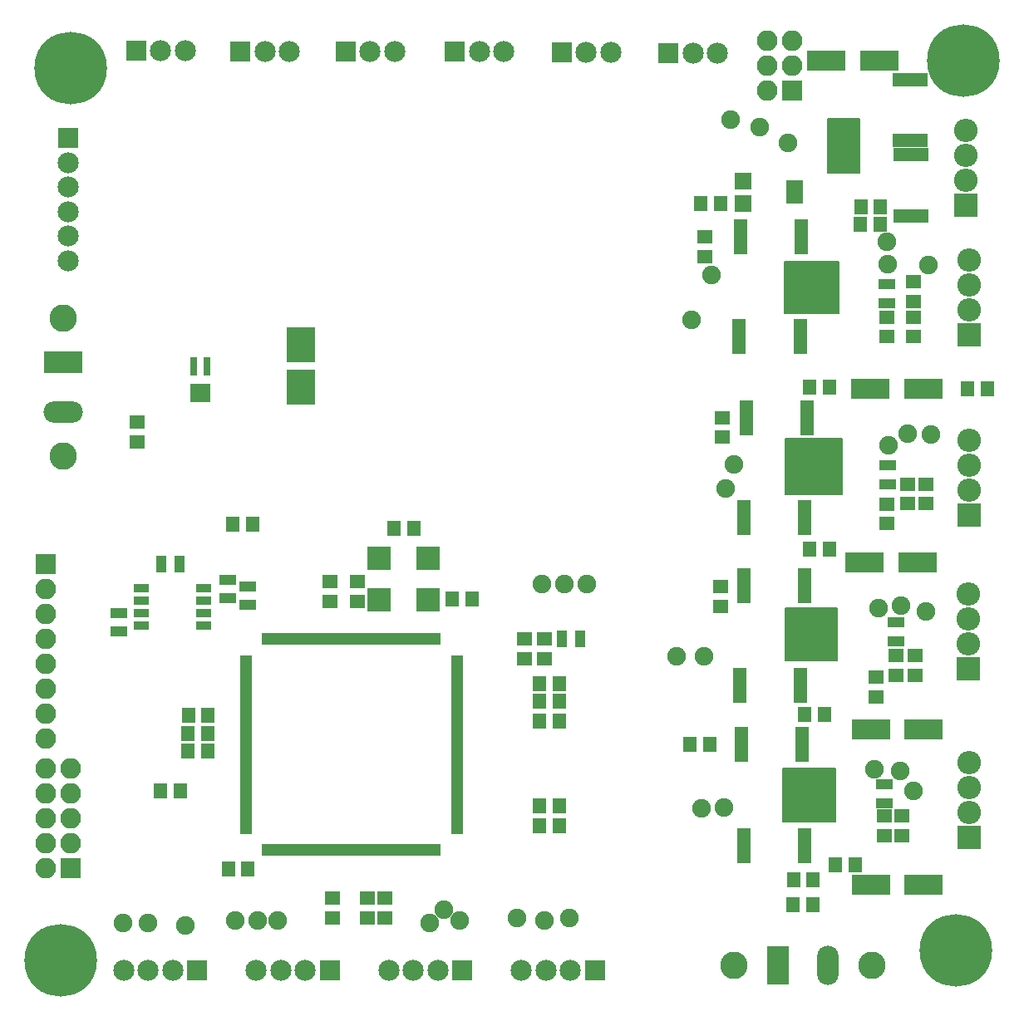
<source format=gbr>
%TF.GenerationSoftware,KiCad,Pcbnew,(5.0.0)*%
%TF.CreationDate,2018-08-10T17:36:06+10:00*%
%TF.ProjectId,MotorDriver,4D6F746F724472697665722E6B696361,rev?*%
%TF.SameCoordinates,Original*%
%TF.FileFunction,Soldermask,Top*%
%TF.FilePolarity,Negative*%
%FSLAX46Y46*%
G04 Gerber Fmt 4.6, Leading zero omitted, Abs format (unit mm)*
G04 Created by KiCad (PCBNEW (5.0.0)) date 08/10/18 17:36:06*
%MOMM*%
%LPD*%
G01*
G04 APERTURE LIST*
%ADD10C,0.150000*%
%ADD11R,2.150000X2.150000*%
%ADD12C,2.150000*%
%ADD13O,2.398980X2.398980*%
%ADD14R,2.398980X2.398980*%
%ADD15R,1.400000X1.650000*%
%ADD16R,1.650000X1.400000*%
%ADD17R,4.000000X2.200000*%
%ADD18O,4.000000X2.200000*%
%ADD19C,2.800000*%
%ADD20R,1.700000X1.100000*%
%ADD21R,2.900000X3.600000*%
%ADD22O,2.100000X2.100000*%
%ADD23R,2.100000X2.100000*%
%ADD24O,2.200000X4.000000*%
%ADD25R,2.200000X4.000000*%
%ADD26R,1.100000X1.700000*%
%ADD27R,1.700000X1.700000*%
%ADD28R,1.700000X2.400000*%
%ADD29R,1.300000X0.700000*%
%ADD30R,0.700000X1.300000*%
%ADD31R,1.543000X0.908000*%
%ADD32C,1.900000*%
%ADD33R,1.400000X3.600000*%
%ADD34R,3.600000X1.400000*%
%ADD35C,7.400000*%
%ADD36R,3.900000X2.000000*%
%ADD37R,0.800000X1.900000*%
%ADD38R,2.400000X2.400000*%
G04 APERTURE END LIST*
D10*
G36*
X212090000Y-39687500D02*
X213677500Y-39687500D01*
X213677500Y-45212000D01*
X210439000Y-45212000D01*
X210439000Y-39687500D01*
X212090000Y-39687500D01*
G37*
X212090000Y-39687500D02*
X213677500Y-39687500D01*
X213677500Y-45212000D01*
X210439000Y-45212000D01*
X210439000Y-39687500D01*
X212090000Y-39687500D01*
G36*
X206057500Y-54229000D02*
X211582000Y-54229000D01*
X211582000Y-59499500D01*
X206057500Y-59499500D01*
X206057500Y-54229000D01*
G37*
X206057500Y-54229000D02*
X211582000Y-54229000D01*
X211582000Y-59499500D01*
X206057500Y-59499500D01*
X206057500Y-54229000D01*
G36*
X205930500Y-105918000D02*
X211264500Y-105918000D01*
X211264500Y-111315500D01*
X205930500Y-111315500D01*
X205930500Y-105918000D01*
G37*
X205930500Y-105918000D02*
X211264500Y-105918000D01*
X211264500Y-111315500D01*
X205930500Y-111315500D01*
X205930500Y-105918000D01*
G36*
X209486500Y-89598500D02*
X211391500Y-89598500D01*
X211391500Y-94869000D01*
X206121000Y-94869000D01*
X206121000Y-89598500D01*
X209486500Y-89598500D01*
G37*
X209486500Y-89598500D02*
X211391500Y-89598500D01*
X211391500Y-94869000D01*
X206121000Y-94869000D01*
X206121000Y-89598500D01*
X209486500Y-89598500D01*
G36*
X206184500Y-72326500D02*
X211899500Y-72326500D01*
X211899500Y-77978000D01*
X206184500Y-77978000D01*
X206184500Y-72326500D01*
G37*
X206184500Y-72326500D02*
X211899500Y-72326500D01*
X211899500Y-77978000D01*
X206184500Y-77978000D01*
X206184500Y-72326500D01*
D11*
X172466000Y-32860000D03*
D12*
X174966000Y-32860000D03*
X177466000Y-32860000D03*
X188370000Y-32950000D03*
X185870000Y-32950000D03*
D11*
X183370000Y-32950000D03*
D13*
X224891600Y-107899200D03*
X224891600Y-110439200D03*
D14*
X224891600Y-112979200D03*
D13*
X224891600Y-105359200D03*
D15*
X213250000Y-115750000D03*
X211250000Y-115750000D03*
X206962500Y-119824500D03*
X208962500Y-119824500D03*
D16*
X199525000Y-87400000D03*
X199525000Y-89400000D03*
X219400000Y-94400000D03*
X219400000Y-96400000D03*
X217400000Y-96400000D03*
X217400000Y-94400000D03*
X216250000Y-110750000D03*
X216250000Y-112750000D03*
D15*
X198450000Y-103500000D03*
X196450000Y-103500000D03*
D16*
X218000000Y-112750000D03*
X218000000Y-110750000D03*
D15*
X210650000Y-83525000D03*
X208650000Y-83525000D03*
D17*
X132588000Y-64516000D03*
D18*
X132588000Y-69596000D03*
D19*
X132588000Y-60016000D03*
X132588000Y-74096000D03*
D13*
X224750000Y-88130000D03*
D14*
X224750000Y-95750000D03*
D13*
X224750000Y-93210000D03*
X224750000Y-90670000D03*
D15*
X206975000Y-117300000D03*
X208975000Y-117300000D03*
X208100000Y-100400000D03*
X210100000Y-100400000D03*
D16*
X215400000Y-96600000D03*
X215400000Y-98600000D03*
D20*
X217400000Y-91050000D03*
X217400000Y-92950000D03*
X216250000Y-109450000D03*
X216250000Y-107550000D03*
D16*
X199725000Y-70175000D03*
X199725000Y-72175000D03*
X218575000Y-76925000D03*
X218575000Y-78925000D03*
X220450000Y-76925000D03*
X220450000Y-78925000D03*
X216475000Y-78975000D03*
X216475000Y-80975000D03*
D15*
X208650000Y-67050000D03*
X210650000Y-67050000D03*
X224742500Y-67246500D03*
X226742500Y-67246500D03*
X199550000Y-48320000D03*
X197550000Y-48320000D03*
X168284400Y-81432400D03*
X166284400Y-81432400D03*
X183102000Y-99060000D03*
X181102000Y-99060000D03*
X147288000Y-104140000D03*
X145288000Y-104140000D03*
D16*
X140090000Y-70628000D03*
X140090000Y-72628000D03*
X162560000Y-86884000D03*
X162560000Y-88884000D03*
D15*
X151400000Y-116200000D03*
X149400000Y-116200000D03*
D21*
X156840000Y-67070000D03*
X156840000Y-62770000D03*
D15*
X151892000Y-81026000D03*
X149892000Y-81026000D03*
X144500000Y-108200000D03*
X142500000Y-108200000D03*
X145338201Y-100482001D03*
X147338201Y-100482001D03*
D16*
X159766000Y-88884000D03*
X159766000Y-86884000D03*
D15*
X183102000Y-101092000D03*
X181102000Y-101092000D03*
X147288000Y-102400000D03*
X145288000Y-102400000D03*
D16*
X163550000Y-121142000D03*
X163550000Y-119142000D03*
D15*
X174228000Y-88646000D03*
X172228000Y-88646000D03*
X181118000Y-111760000D03*
X183118000Y-111760000D03*
D16*
X160020000Y-119126000D03*
X160020000Y-121126000D03*
D15*
X183134000Y-109728000D03*
X181134000Y-109728000D03*
D16*
X165354000Y-119142000D03*
X165354000Y-121142000D03*
X179578000Y-94710000D03*
X179578000Y-92710000D03*
X181610000Y-92726000D03*
X181610000Y-94726000D03*
D15*
X183102000Y-97282000D03*
X181102000Y-97282000D03*
D16*
X197950000Y-51760000D03*
X197950000Y-53760000D03*
X219200000Y-58300000D03*
X219200000Y-56300000D03*
X219200000Y-61900000D03*
X219200000Y-59900000D03*
X216500000Y-59925000D03*
X216500000Y-61925000D03*
D15*
X213840000Y-48650000D03*
X215840000Y-48650000D03*
X215810000Y-50440000D03*
X213810000Y-50440000D03*
D13*
X224891600Y-72440800D03*
D14*
X224891600Y-80060800D03*
D13*
X224891600Y-77520800D03*
X224891600Y-74980800D03*
D22*
X204280000Y-31770000D03*
X206820000Y-31770000D03*
X204280000Y-34310000D03*
X206820000Y-34310000D03*
X204280000Y-36850000D03*
D23*
X206820000Y-36850000D03*
D13*
X224536000Y-43434000D03*
X224536000Y-45974000D03*
D14*
X224536000Y-48514000D03*
D13*
X224536000Y-40894000D03*
D22*
X130810000Y-102870000D03*
X130810000Y-100330000D03*
X130810000Y-97790000D03*
X130810000Y-95250000D03*
X130810000Y-92710000D03*
X130810000Y-90170000D03*
X130810000Y-87630000D03*
D23*
X130810000Y-85090000D03*
D13*
X224900000Y-56645000D03*
X224900000Y-59185000D03*
D14*
X224900000Y-61725000D03*
D13*
X224900000Y-54105000D03*
D19*
X214980000Y-126000000D03*
X200900000Y-126000000D03*
D24*
X210480000Y-126000000D03*
D25*
X205400000Y-126000000D03*
D11*
X194259200Y-33020000D03*
D12*
X196759200Y-33020000D03*
X199259200Y-33020000D03*
X166340800Y-32816800D03*
X163840800Y-32816800D03*
D11*
X161340800Y-32816800D03*
X150622000Y-32816800D03*
D12*
X153122000Y-32816800D03*
X155622000Y-32816800D03*
X144994000Y-32766000D03*
X142494000Y-32766000D03*
D11*
X139994000Y-32766000D03*
D20*
X216600000Y-76925000D03*
X216600000Y-75025000D03*
D26*
X185288000Y-92710000D03*
X183388000Y-92710000D03*
D20*
X151384000Y-89276000D03*
X151384000Y-87376000D03*
X149352000Y-86680000D03*
X149352000Y-88580000D03*
X138239500Y-90045500D03*
X138239500Y-91945500D03*
D26*
X144460000Y-85090000D03*
X142560000Y-85090000D03*
D20*
X216500000Y-58475000D03*
X216500000Y-56575000D03*
D27*
X201875000Y-46025000D03*
D28*
X207075000Y-47175000D03*
D27*
X201875000Y-48325000D03*
D29*
X172700400Y-112229600D03*
X172700400Y-111729600D03*
X172700400Y-111229600D03*
X172700400Y-110729600D03*
X172700400Y-110229600D03*
X172700400Y-109729600D03*
X172700400Y-109229600D03*
X172700400Y-108729600D03*
X172700400Y-108229600D03*
X172700400Y-107729600D03*
X172700400Y-107229600D03*
X172700400Y-106729600D03*
X172700400Y-106229600D03*
X172700400Y-105729600D03*
X172700400Y-105229600D03*
X172700400Y-104729600D03*
X172700400Y-104229600D03*
X172700400Y-103729600D03*
X172700400Y-103229600D03*
X172700400Y-102729600D03*
X172700400Y-102229600D03*
X172700400Y-101729600D03*
X172700400Y-101229600D03*
X172700400Y-100729600D03*
X172700400Y-100229600D03*
X172700400Y-99729600D03*
X172700400Y-99229600D03*
X172700400Y-98729600D03*
X172700400Y-98229600D03*
X172700400Y-97729600D03*
X172700400Y-97229600D03*
X172700400Y-96729600D03*
X172700400Y-96229600D03*
X172700400Y-95729600D03*
X172700400Y-95229600D03*
X172700400Y-94729600D03*
D30*
X170700400Y-92729600D03*
X170200400Y-92729600D03*
X169700400Y-92729600D03*
X169200400Y-92729600D03*
X168700400Y-92729600D03*
X168200400Y-92729600D03*
X167700400Y-92729600D03*
X167200400Y-92729600D03*
X166700400Y-92729600D03*
X166200400Y-92729600D03*
X165700400Y-92729600D03*
X165200400Y-92729600D03*
X164700400Y-92729600D03*
X164200400Y-92729600D03*
X163700400Y-92729600D03*
X163200400Y-92729600D03*
X162700400Y-92729600D03*
X162200400Y-92729600D03*
X161700400Y-92729600D03*
X161200400Y-92729600D03*
X160700400Y-92729600D03*
X160200400Y-92729600D03*
X159700400Y-92729600D03*
X159200400Y-92729600D03*
X158700400Y-92729600D03*
X158200400Y-92729600D03*
X157700400Y-92729600D03*
X157200400Y-92729600D03*
X156700400Y-92729600D03*
X156200400Y-92729600D03*
X155700400Y-92729600D03*
X155200400Y-92729600D03*
X154700400Y-92729600D03*
X154200400Y-92729600D03*
X153700400Y-92729600D03*
X153200400Y-92729600D03*
D29*
X151200400Y-94729600D03*
X151200400Y-95229600D03*
X151200400Y-95729600D03*
X151200400Y-96229600D03*
X151200400Y-96729600D03*
X151200400Y-97229600D03*
X151200400Y-97729600D03*
X151200400Y-98229600D03*
X151200400Y-98729600D03*
X151200400Y-99229600D03*
X151200400Y-99729600D03*
X151200400Y-100229600D03*
X151200400Y-100729600D03*
X151200400Y-101229600D03*
X151200400Y-101729600D03*
X151200400Y-102229600D03*
X151200400Y-102729600D03*
X151200400Y-103229600D03*
X151200400Y-103729600D03*
X151200400Y-104229600D03*
X151200400Y-104729600D03*
X151200400Y-105229600D03*
X151200400Y-105729600D03*
X151200400Y-106229600D03*
X151200400Y-106729600D03*
X151200400Y-107229600D03*
X151200400Y-107729600D03*
X151200400Y-108229600D03*
X151200400Y-108729600D03*
X151200400Y-109229600D03*
X151200400Y-109729600D03*
X151200400Y-110229600D03*
X151200400Y-110729600D03*
X151200400Y-111229600D03*
X151200400Y-111729600D03*
X151200400Y-112229600D03*
D30*
X153200400Y-114229600D03*
X153700400Y-114229600D03*
X154200400Y-114229600D03*
X154700400Y-114229600D03*
X155200400Y-114229600D03*
X155700400Y-114229600D03*
X156200400Y-114229600D03*
X156700400Y-114229600D03*
X157200400Y-114229600D03*
X157700400Y-114229600D03*
X158200400Y-114229600D03*
X158700400Y-114229600D03*
X159200400Y-114229600D03*
X159700400Y-114229600D03*
X160200400Y-114229600D03*
X160700400Y-114229600D03*
X161200400Y-114229600D03*
X161700400Y-114229600D03*
X162200400Y-114229600D03*
X162700400Y-114229600D03*
X163200400Y-114229600D03*
X163700400Y-114229600D03*
X164200400Y-114229600D03*
X164700400Y-114229600D03*
X165200400Y-114229600D03*
X165700400Y-114229600D03*
X166200400Y-114229600D03*
X166700400Y-114229600D03*
X167200400Y-114229600D03*
X167700400Y-114229600D03*
X168200400Y-114229600D03*
X168700400Y-114229600D03*
X169200400Y-114229600D03*
X169700400Y-114229600D03*
X170200400Y-114229600D03*
X170700400Y-114229600D03*
D31*
X140538200Y-87503000D03*
X140538200Y-88773000D03*
X140538200Y-90043000D03*
X140538200Y-91313000D03*
X146888200Y-91313000D03*
X146888200Y-90043000D03*
X146888200Y-88773000D03*
X146888200Y-87503000D03*
D11*
X159750000Y-126450000D03*
D12*
X157250000Y-126450000D03*
X154750000Y-126450000D03*
X152250000Y-126450000D03*
D11*
X173250000Y-126450000D03*
D12*
X170750000Y-126450000D03*
X168250000Y-126450000D03*
X165750000Y-126450000D03*
X179250000Y-126450000D03*
X181750000Y-126450000D03*
X184250000Y-126450000D03*
D11*
X186750000Y-126450000D03*
D12*
X138750000Y-126450000D03*
X141250000Y-126450000D03*
X143750000Y-126450000D03*
D11*
X146250000Y-126450000D03*
D12*
X133096000Y-54156000D03*
X133096000Y-51656000D03*
X133096000Y-49156000D03*
X133096000Y-46656000D03*
X133096000Y-44156000D03*
D11*
X133096000Y-41656000D03*
D22*
X130810000Y-105918000D03*
X133350000Y-105918000D03*
X130810000Y-108458000D03*
X133350000Y-108458000D03*
X130810000Y-110998000D03*
X133350000Y-110998000D03*
X130810000Y-113538000D03*
X133350000Y-113538000D03*
X130810000Y-116078000D03*
D23*
X133350000Y-116078000D03*
D32*
X217868500Y-106172000D03*
X215250000Y-106000000D03*
X217932000Y-89344500D03*
X215600000Y-89600000D03*
X218567000Y-71755000D03*
X216650000Y-73000000D03*
X216475000Y-52275000D03*
X216550000Y-54525000D03*
D33*
X207850000Y-103500000D03*
X201650000Y-103500000D03*
X201900000Y-113750000D03*
X208100000Y-113750000D03*
X208100000Y-87250000D03*
X201900000Y-87250000D03*
X207700000Y-97450000D03*
X201500000Y-97450000D03*
X208350000Y-70200000D03*
X202150000Y-70200000D03*
X201900000Y-80350000D03*
X208100000Y-80350000D03*
D34*
X218884500Y-41887000D03*
X218884500Y-35687000D03*
X218925000Y-43375000D03*
X218925000Y-49575000D03*
D33*
X207775000Y-51750000D03*
X201575000Y-51750000D03*
X201450000Y-61850000D03*
X207650000Y-61850000D03*
D35*
X223520000Y-124460000D03*
X224282000Y-33782000D03*
X132334000Y-125476000D03*
X133350000Y-34544000D03*
D32*
X185928000Y-87122000D03*
X183642000Y-87122000D03*
X181356000Y-87122000D03*
X141250000Y-121640000D03*
X145034000Y-121920000D03*
X138684000Y-121666000D03*
X152400000Y-121412000D03*
X199925001Y-109889001D03*
X154432000Y-121412000D03*
X219202000Y-108204000D03*
X197612000Y-109982000D03*
X150114000Y-121412000D03*
X171386500Y-120269000D03*
X195072000Y-94488000D03*
X172974000Y-121412000D03*
X220472000Y-89916000D03*
X197866000Y-94488000D03*
X169926000Y-121666000D03*
X200914000Y-74930000D03*
X220980000Y-71882000D03*
X200045001Y-77377001D03*
X220726000Y-54610000D03*
X198628000Y-55626000D03*
X181610000Y-121412000D03*
X184150000Y-121158000D03*
X178816000Y-121158000D03*
X196596000Y-60198000D03*
D36*
X220251000Y-117792500D03*
X214851000Y-117792500D03*
X214851000Y-101917500D03*
X220251000Y-101917500D03*
X220187500Y-67246500D03*
X214787500Y-67246500D03*
X215742500Y-33782000D03*
X210342500Y-33782000D03*
X219616000Y-84899500D03*
X214216000Y-84899500D03*
D32*
X203517500Y-40513000D03*
X200533000Y-39814500D03*
X206438500Y-42164000D03*
D37*
X145908000Y-64967500D03*
X147208000Y-64967500D03*
X147208000Y-67627500D03*
X146558000Y-67627500D03*
X145908000Y-67627500D03*
D38*
X169733600Y-88714000D03*
X164733600Y-88714000D03*
X164733600Y-84514000D03*
X169733600Y-84514000D03*
M02*

</source>
